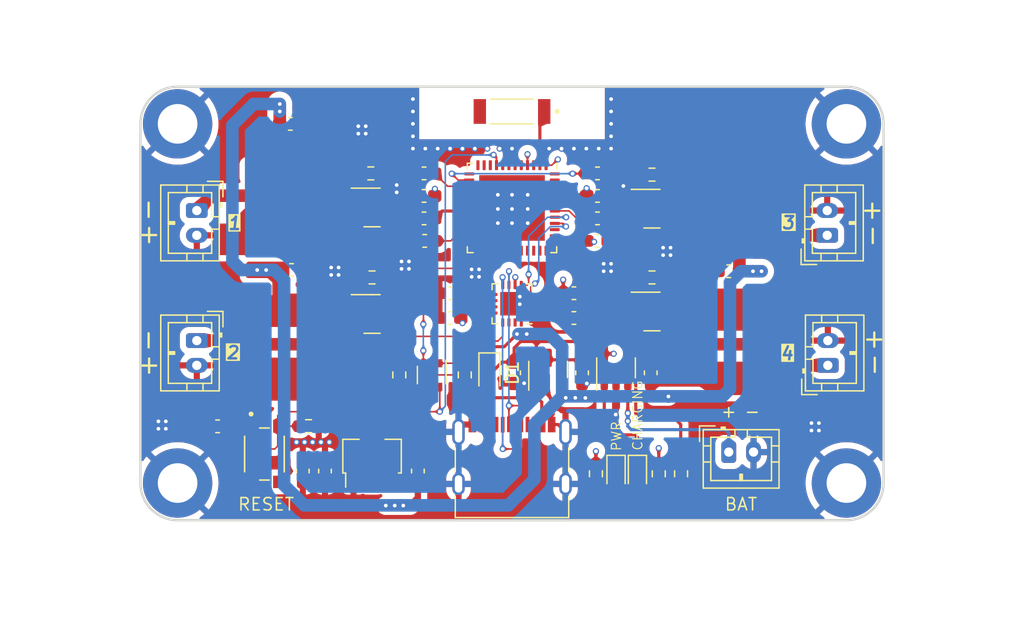
<source format=kicad_pcb>
(kicad_pcb (version 20221018) (generator pcbnew)
  (layers (0 "F.Cu" signal) (1 "In1.Cu" signal) (2 "In2.Cu" signal) (31 "B.Cu" signal) (34 "B.Paste" user) (35 "F.Paste" user) (36 "B.SilkS" user "B.Silkscreen") (37 "F.SilkS" user "F.Silkscreen") (38 "B.Mask" user) (39 "F.Mask" user) (44 "Edge.Cuts" user))
  (net 0 "")
  (net 1 "GND")
  (net 3 "/D+")
  (net 4 "/D-")
  (net 7 "/RTS")
  (net 8 "Net-(Q5A-B1)")
  (net 10 "+3V3")
  (net 11 "PWM_1")
  (net 12 "Net-(Q1-G)")
  (net 13 "PWM_2")
  (net 14 "Net-(Q2-G)")
  (net 15 "PWM_3")
  (net 16 "Net-(Q3-G)")
  (net 17 "PWM_4")
  (net 18 "Net-(Q4-G)")
  (net 19 "Net-(J2-Pin_1)")
  (net 20 "Net-(J2-Pin_2)")
  (net 21 "Net-(J3-Pin_1)")
  (net 22 "Net-(J3-Pin_2)")
  (net 54 "Net-(J4-Pin_1)")
  (net 55 "Net-(J4-Pin_2)")
  (net 56 "Net-(J5-Pin_1)")
  (net 57 "Net-(J5-Pin_2)")
  (net 59 "Net-(D3-A)")
  (net 60 "/DTR")
  (net 61 "/IO0")
  (net 62 "Net-(Q5B-B2)")
  (net 63 "/EN")
  (net 64 "/TX")
  (net 65 "Net-(U1-LNA_IN)")
  (net 66 "/RX")
  (net 72 "+BATT")
  (net 73 "Net-(D2-K)")
  (net 74 "Net-(D2-A)")
  (net 75 "Net-(U4-PROG)")
  (net 76 "VBUS")
  (net 77 "VCC")
  (footprint "Connector_JST:JST_PH_B2B-PH-K_1x02_P2.00mm_Vertical" (layer "F.Cu") (at 165.45 84 90)
    (fp_text reference "J4" hide)
    (fp_text value "Conn_01x02_Pin")
  )
  (footprint "Package_TO_SOT_SMD:SOT-89-3" (layer "F.Cu") (at 128.7 101.83 90)
    (fp_text reference "U3" hide)
    (fp_text value "AMS1117")
  )
  (footprint "MountingHole:MountingHole_3.2mm_M3_DIN965_Pad" (layer "F.Cu") (at 167 104)
    (fp_text reference "REF**" hide)
    (fp_text value "MountingHole_3.2mm_M3_DIN965_Pad")
  )
  (footprint "Resistor_SMD:R_0603_1608Metric" (layer "F.Cu") (at 123.57 99.41 180)
    (fp_text reference "R10" hide)
    (fp_text value "10K")
  )
  (footprint "Capacitor_SMD:C_0603_1608Metric_Pad1.08x0.95mm_HandSolder" (layer "F.Cu") (at 157.5 86.9)
    (fp_text reference "C18" hide)
    (fp_text value "0.1uF")
  )
  (footprint "Package_DFN_QFN:QFN-48-1EP_7x7mm_P0.5mm_EP5.3x5.3mm" (layer "F.Cu") (at 140 81.789 -90)
    (fp_text reference "U1" hide)
    (fp_text value "ESP32-PICO-D4")
  )
  (footprint "Connector_JST:JST_PH_B2B-PH-K_1x02_P2.00mm_Vertical" (layer "F.Cu") (at 114.55 92.5 -90)
    (fp_text reference "J3" hide)
    (fp_text value "Conn_01x02_Pin")
  )
  (footprint "Capacitor_SMD:C_0603_1608Metric_Pad1.08x0.95mm_HandSolder" (layer "F.Cu") (at 146.9 82.633332)
    (fp_text reference "C21" hide)
    (fp_text value "0.1uF")
  )
  (footprint "Capacitor_SMD:C_0603_1608Metric_Pad1.08x0.95mm_HandSolder" (layer "F.Cu") (at 146.9 79)
    (fp_text reference "C19" hide)
    (fp_text value "0.1uF")
  )
  (footprint "Library:3 pin inductor" (layer "F.Cu") (at 122.1 92.8 -90)
    (fp_text reference "L2" hide)
    (fp_text value "25UH/800UH")
  )
  (footprint "MountingHole:MountingHole_3.2mm_M3_DIN965_Pad" (layer "F.Cu") (at 113 75)
    (fp_text reference "REF**" hide)
    (fp_text value "MountingHole_3.2mm_M3_DIN965_Pad")
  )
  (footprint "LED_SMD:LED_0603_1608Metric" (layer "F.Cu") (at 148.4 103.25 -90)
    (fp_text reference "D3" hide)
    (fp_text value "LED")
  )
  (footprint "Capacitor_SMD:C_0603_1608Metric_Pad1.08x0.95mm_HandSolder" (layer "F.Cu") (at 151.2 95.1 -90)
    (fp_text reference "C20" hide)
    (fp_text value "0.1uF")
  )
  (footprint "Connector_USB:USB_C_Receptacle_G-Switch_GT-USB-7010ASV" (layer "F.Cu") (at 140 103)
    (fp_text reference "J1" hide)
    (fp_text value "USB_C_Receptacle_USB2.0")
  )
  (footprint "Capacitor_SMD:C_0603_1608Metric_Pad1.08x0.95mm_HandSolder" (layer "F.Cu") (at 116.23 99.42 180)
    (fp_text reference "C22" hide)
    (fp_text value "0.1uF")
  )
  (footprint "Capacitor_SMD:C_0603_1608Metric_Pad1.08x0.95mm_HandSolder" (layer "F.Cu") (at 135 88.675 180)
    (fp_text reference "C6" hide)
    (fp_text value "0.1uF")
  )
  (footprint "Package_TO_SOT_SMD:SOT-23" (layer "F.Cu") (at 142.914285 94.83 90)
    (fp_text reference "Q6" hide)
    (fp_text value "DMG3415U")
  )
  (footprint "Package_TO_SOT_SMD:SOT-23" (layer "F.Cu") (at 128.7 90.35)
    (fp_text reference "Q2" hide)
    (fp_text value "AO3400A")
  )
  (footprint "Resistor_SMD:R_0603_1608Metric" (layer "F.Cu") (at 153.65 103.25 90)
    (fp_text reference "R2" hide)
    (fp_text value "1K")
  )
  (footprint "Capacitor_SMD:C_0603_1608Metric_Pad1.08x0.95mm_HandSolder" (layer "F.Cu") (at 146.9 84.45)
    (fp_text reference "C12" hide)
    (fp_text value "0.1uF")
  )
  (footprint "Capacitor_SMD:C_0603_1608Metric_Pad1.08x0.95mm_HandSolder" (layer "F.Cu") (at 135 90.675 180)
    (fp_text reference "C7" hide)
    (fp_text value "0.1uF")
  )
  (footprint "Capacitor_SMD:C_0603_1608Metric_Pad1.08x0.95mm_HandSolder" (layer "F.Cu") (at 146.9 80.816666)
    (fp_text reference "C11" hide)
    (fp_text value "0.1uF")
  )
  (footprint "Resistor_SMD:R_0603_1608Metric" (layer "F.Cu") (at 128.6 79)
    (fp_text reference "R5" hide)
    (fp_text value "10K")
  )
  (footprint "Resistor_SMD:R_0603_1608Metric" (layer "F.Cu") (at 151.3 79.1 180)
    (fp_text reference "R7" hide)
    (fp_text value "10K")
  )
  (footprint "Resistor_SMD:R_0603_1608Metric" (layer "F.Cu") (at 130.9 95.27 -90)
    (fp_text reference "R3" hide)
    (fp_text value "10K")
  )
  (footprint "Package_TO_SOT_SMD:SOT-23" (layer "F.Cu") (at 128.7 81.75)
    (fp_text reference "Q1" hide)
    (fp_text value "AO3400A")
  )
  (footprint "Capacitor_SMD:C_0603_1608Metric_Pad1.08x0.95mm_HandSolder" (layer "F.Cu") (at 124.9 103.03 -90)
    (fp_text reference "C3" hide)
    (fp_text value "0.1uF")
  )
  (footprint "Connector_JST:JST_PH_B2B-PH-K_1x02_P2.00mm_Vertical" (layer "F.Cu") (at 165.5 94.5 90)
    (fp_text reference "J5" hide)
    (fp_text value "Conn_01x02_Pin")
  )
  (footprint "Resistor_SMD:R_0603_1608Metric" (layer "F.Cu") (at 128.7 87.4)
    (fp_text reference "R6" hide)
    (fp_text value "10K")
  )
  (footprint "Capacitor_SMD:C_0603_1608Metric_Pad1.08x0.95mm_HandSolder" (layer "F.Cu") (at 132.95 84.45 180)
    (fp_text reference "C17" hide)
    (fp_text value "0.1uF")
  )
  (footprint "Package_TO_SOT_SMD:SOT-23" (layer "F.Cu") (at 151.3 81.85)
    (fp_text reference "Q3" hide)
    (fp_text value "AO3400A")
  )
  (footprint "Library:3 pin inductor" (layer "F.Cu") (at 122.1 80.8 -90)
    (fp_text reference "L1" hide)
    (fp_text value "25UH/800UH")
  )
  (footprint "Package_TO_SOT_SMD:SOT-363_SC-70-6" (layer "F.Cu") (at 133.52 95.28 -90)
    (fp_text reference "Q5" hide)
    (fp_text value "BC847BS")
  )
  (footprint "Capacitor_SMD:C_0603_1608Metric_Pad1.08x0.95mm_HandSolder" (layer "F.Cu") (at 122.1 75 180)
    (fp_text reference "C16" hide)
    (fp_text value "0.1uF")
  )
  (footprint "Package_TO_SOT_SMD:SOT-23" (layer "F.Cu") (at 151.3 90.15)
    (fp_text reference "Q4" hide)
    (fp_text value "AO3400A")
  )
  (footprint "Capacitor_SMD:C_0603_1608Metric_Pad1.08x0.95mm_HandSolder" (layer "F.Cu") (at 132.9 79 180)
    (fp_text reference "C14" hide)
    (fp_text value "0.1uF")
  )
  (footprint "Package_TO_SOT_SMD:SOT-23-5" (layer "F.Cu") (at 148.4 94.7 90)
    (fp_text reference "U4" hide)
    (fp_text value "MCP73831T-2ATI/OT")
  )
  (footprint "Library:3 pin inductor" (layer "F.Cu") (at 157.45 92.8 90)
    (fp_text reference "L4" hide)
    (fp_text value "25UH/800UH")
  )
  (footprint "Capacitor_SMD:C_0603_1608Metric_Pad1.08x0.95mm_HandSolder" (layer "F.Cu") (at 140.171428 95.1 -90)
    (fp_text reference "C4" hide)
    (fp_text value "4.7uF")
  )
  (footprint "MountingHole:MountingHole_3.2mm_M3_DIN965_Pad" (layer "F.Cu") (at 167 75)
    (fp_text reference "REF**" hide)
    (fp_text value "MountingHole_3.2mm_M3_DIN965_Pad")
  )
  (footprint "Capacitor_SMD:C_0603_1608Metric_Pad1.08x0.95mm_HandSolder" (layer "F.Cu") (at 145.657142 95.1 90)
    (fp_text reference "C5" hide)
    (fp_text value "4.7uF")
  )
  (footprint "Package_DFN_QFN:QFN-16-1EP_3x3mm_P0.5mm_EP1.9x1.9mm" (layer "F.Cu") (at 140 89.525 180)
    (fp_text reference "U2" hide)
    (fp_text value "CH343P")
  )
  (footprint "Capacitor_SMD:C_0603_1608Metric_Pad1.08x0.95mm_HandSolder" (layer "F.Cu") (at 145 88.675)
    (fp_text reference "C8" hide)
    (fp_text value "0.1uF")
  )
  (footprint "Resistor_SMD:R_0603_1608Metric" (layer "F.Cu") (at 151.3 87.4 180)
    (fp_text reference "R8" hide)
    (fp_text value "10K")
  )
  (footprint "Capacitor_SMD:C_0603_1608Metric_Pad1.08x0.95mm_HandSolder" (layer "F.Cu") (at 122.2 86.8 180)
    (fp_text reference "C15" hide)
    (fp_text value "0.1uF")
  )
  (footprint "TL3365AF180QG:SW_TL3365AF180QG" (layer "F.Cu") (at 120.0102 101.6586 -90)
    (fp_text reference "KEY1" hide)
    (fp_text value "~")
  )
  (footprint "Capacitor_SMD:C_0603_1608Metric_Pad1.08x0.95mm_HandSolder" (layer "F.Cu") (at 132.9 82.633332 180)
    (fp_text reference "C10" hide)
    (fp_text value "0.1uF")
  )
  (footprint "Capacitor_SMD:C_0603_1608Metric_Pad1.08x0.95mm_HandSolder" (layer "F.Cu") (at 132.9 80.816666 180)
    (fp_text reference "C13" hide)
    (fp_text value "0.1uF")
  )
  (footprint "Library:3 pin inductor" (layer "F.Cu") (at 157.5 80.8 90)
    (fp_text reference "L3" hide)
    (fp_text value "25UH/800UH")
  )
  (footprint "Capacitor_SMD:C_0603_1608Metric_Pad1.08x0.95mm_HandSolder" (layer "F.Cu") (at 145 90.675)
    (fp_text reference "C9" hide)
    (fp_text value "0.1uF")
  )
  (footprint "Resistor_SMD:R_0603_1608Metric" (layer "F.Cu") (at 151.85 103.25 90)
    (fp_text reference "R1" hide)
    (fp_text value "4.7K")
  )
  (footprint "Resistor_SMD:R_0603_1608Metric" (layer "F.Cu") (at 136.185714 95.27 -90)
    (fp_text reference "R4" hide)
    (fp_text value "10K")
  )
  (footprint "Connector_JST:JST_PH_B2B-PH-K_1x02_P2.00mm_Vertical" (layer "F.Cu") (at 114.55 82 -90)
    (fp_text reference "J2" hide)
    (fp_text value "Conn_01x02_Pin")
  )
  (footprint "Resistor_SMD:R_0603_1608Metric" (layer "F.Cu") (at 146.775 103.25 90)
    (fp_text reference "R9" hide)
    (fp_text value "1K")
  )
  (footprint "Capacitor_SMD:C_0603_1608Metric_Pad1.08x0.95mm_HandSolder" (layer "F.Cu") (at 123.107143 103.03 -90)
    (fp_text reference "C2" hide)
    (fp_text value "10uF")
  )
  (footprint "LED_SMD:LED_0603_1608Metric" (layer "F.Cu") (at 150.125 103.25 -90)
    (fp_text reference "D2" hide)
    (fp_text value "LED")
  )
  (footprint "Diode_SMD:D_SOD-323" (layer "F.Cu") (at 138.178571 95.105 -90)
    (fp_text reference "D1")
    (fp_text value "1N5819WS")
  )
  (footprint "Connector_JST:JST_PH_B2B-PH-K_1x02_P2.00mm_Vertical" (layer "F.Cu") (at 157.5 101.5)
    (fp_text reference "J6" hide)
    (fp_text value "Conn_01x02_Pin")
  )
  (footprint "Capacitor_SMD:C_0603_1608Metric_Pad1.08x0.95mm_HandSolder" (layer "F.Cu") (at 132.4 103.03 90)
    (fp_text reference "C1" hide)
    (fp_text value "10uF")
  )
  (footprint "MountingHole:MountingHole_3.2mm_M3_DIN965_Pad" (layer "F.Cu") (at 113 104)
    (fp_text reference "REF**" hide)
    (fp_text value "MountingHole_3.2mm_M3_DIN965_Pad")
  )
  (footprint "YC0010AA:XCVR_YC0010AA" (layer "F.Cu") (at 140 74 180)
    (fp_text reference "E1" hide)
    (fp_text value "YC0010AA")
  )
  (gr_poly locked (pts (arc (start 170 75) (mid 169.12132 72.87868) (end 167 72)) (arc (start 113 72) (mid 110.87868 72.87868) (end 110 75)) (arc (start 110 104) (mid 110.87868 106.12132) (end 113 107)) (arc (start 167 107) (mid 169.12132 106.12132) (end 170 104))) (stroke (width 0.2)) (fill none) (layer "Edge.Cuts"))
  (gr_text "+" (at 170.3022 91.651 180) (layer "F.SilkS") (effects (font (size 1.5 1.5) (thickness 0.1875)) (justify left bottom)))
  (gr_text "-\n" (at 111.425 82.9896 90) (layer "F.SilkS") (effects (font (size 1.5 1.5) (thickness 0.1875)) (justify left bottom)))
  (gr_text "+" (at 109.647 95.2832) (layer "F.SilkS") (effects (font (size 1.5 1.5) (thickness 0.1875)) (justify left bottom)))
  (gr_text "+" (at 156.8 98.8) (layer "F.SilkS") (effects (font (size 1 1) (thickness 0.125)) (justify left bottom)))
  (gr_text "RESET" (at 117.8 106.3) (layer "F.SilkS") (effects (font (size 1 1) (thickness 0.125)) (justify left bottom)))
  (gr_text "CHARGING" (at 150.59 101.43 90) (layer "F.SilkS") (effects (font (size 0.762 0.762) (thickness 0.0889) bold) (justify left bottom)))
  (gr_text "3" (at 161.6916 83.5738) (layer "F.SilkS" knockout) (effects (font (size 1 1) (thickness 0.2) bold italic) (justify left bottom)))
  (gr_text "1" (at 116.9876 83.6246) (layer "F.SilkS" knockout) (effects (font (size 1 1) (thickness 0.2) bold italic) (justify left bottom)))
  (gr_text "BAT" (at 157.1 106.3) (layer "F.SilkS") (effects (font (size 1 1) (thickness 0.125)) (justify left bottom)))
  (gr_text "+" (at 109.647 84.7422) (layer "F.SilkS") (effects (font (size 1.5 1.5) (thickness 0.1875)) (justify left bottom)))
  (gr_text "+" (at 170.138 81.2474 180) (layer "F.SilkS") (effects (font (size 1.5 1.5) (thickness 0.1875)) (justify left bottom)))
  (gr_text "PWR" (at 148.88 101.47 90) (layer "F.SilkS") (effects (font (size 0.762 0.762) (thickness 0.0889) bold) (justify left bottom)))
  (gr_text "-" (at 158.7 98.8) (layer "F.SilkS") (effects (font (size 1 1) (thickness 0.125)) (justify left bottom)))
  (gr_text "-\n" (at 168.5242 93.4036 -90) (layer "F.SilkS") (effects (font (size 1.5 1.5) (thickness 0.1875)) (justify left bottom)))
  (gr_text "4" (at 161.59 94.1402) (layer "F.SilkS" knockout) (effects (font (size 1 1) (thickness 0.2) bold italic) (justify left bottom)))
  (gr_text "2" (at 116.8352 94.064) (layer "F.SilkS" knockout) (effects (font (size 1 1) (thickness 0.2) bold italic) (justify left bottom)))
  (gr_text "-\n" (at 168.36 83 -90) (layer "F.SilkS") (effects (font (size 1.5 1.5) (thickness 0.1875)) (justify left bottom)))
  (gr_text "-\n" (at 111.425 93.5306 90) (layer "F.SilkS") (effects (font (size 1.5 1.5) (thickness 0.1875)) (justify left bottom)))
  (segment (start 143.2 99.275) (end 143.2 98.41) (width 0.254) (layer "F.Cu") (net 1))
  (segment (start 141.5125 89.775) (end 140.25 89.775) (width 0.254) (layer "F.Cu") (net 1))
  (segment (start 140.25 89.775) (end 140 89.525) (width 0.254) (layer "F.Cu") (net 1))
  (segment (start 140.193928 95.94) (end 140.171428 95.9625) (width 0.254) (layer "F.Cu") (net 1))
  (segment (start 143.2 99.275) (end 143.52 99.275) (width 0.254) (layer "F.Cu") (net 1))
  (segment (start 143.72 99.275) (end 144.32 99.875) (width 0.254) (layer "F.Cu") (net 1))
  (segment (start 143.2 98.41) (end 143.3 98.31) (width 0.254) (layer "F.Cu") (net 1))
  (segment (start 140.98 95.94) (end 140.193928 95.94) (width 0.254) (layer "F.Cu") (net 1))
  (segment (start 143.2 99.275) (end 143.72 99.275) (width 0.254) (layer "F.Cu") (net 1))
  (via (at 147 77) (size 0.5) (drill 0.3) (layers "F.Cu" "B.Cu") (net 1))
  (via (at 144 77) (size 0.5) (drill 0.3) (layers "F.Cu" "B.Cu") (net 1))
  (via (at 132 74) (size 0.5) (drill 0.3) (layers "F.Cu" "B.Cu") (net 1))
  (via (at 152.2 85.6) (size 0.5) (drill 0.3) (layers "F.Cu" "B.Cu") (net 1))
  (via (at 127.59 75.79) (size 0.5) (drill 0.3) (layers "F.Cu" "B.Cu") (net 1))
  (via (at 140 81.872) (size 0.5) (drill 0.3) (layers "F.Cu" "B.Cu") (net 1))
  (via (at 138.857 83.015) (size 0.5) (drill 0.3) (layers "F.Cu" "B.Cu") (net 1))
  (via (at 133 77) (size 0.5) (drill 0.3) (layers "F.Cu" "B.Cu") (net 1))
  (via (at 136.74 86.75) (size 0.5) (drill 0.3) (layers "F.Cu" "B.Cu") (net 1))
  (via (at 136.74 87.35) (size 0.5) (drill 0.3) (layers "F.Cu" "B.Cu") (net 1))
  (via (at 143 77) (size 0.5) (drill 0.3) (layers "F.Cu" "B.Cu") (net 1))
  (via (at 140 83.015) (size 0.5) (drill 0.3) (layers "F.Cu" "B.Cu") (net 1))
  (via (at 148 77) (size 0.5) (drill 0.3) (layers "F.Cu" "B.Cu") (net 1))
  (via (at 126 87.2) (size 0.5) (drill 0.3) (layers "F.Cu" "B.Cu") (net 1))
  (via (at 152.2 85) (size 0.5) (drill 0.3) (layers "F.Cu" "B.Cu") (net 1))
  (via (at 128.19 75.79) (size 0.5) (drill 0.3) (layers "F.Cu" "B.Cu") (net 1))
  (via (at 140 77) (size 0.5) (drill 0.3) (layers "F.Cu" "B.Cu") (net 1))
  (via (at 148 86.9) (size 0.5) (drill 0.3) (layers "F.Cu" "B.Cu") (net 1))
  (via (at 132 76) (size 0.5) (drill 0.3) (layers "F.Cu" "B.Cu") (net 1))
  (via (at 128.19 75.19) (size 0.5) (drill 0.3) (layers "F.Cu" "B.Cu") (net 1))
  (via (at 126 86.6) (size 0.5) (drill 0.3) (layers "F.Cu" "B.Cu") (net 1))
  (via (at 138 77) (size 0.5) (drill 0.3) (layers "F.Cu" "B.Cu") (net 1))
  (via (at 140 80.729) (size 0.5) (drill 0.3) (layers "F.Cu" "B.Cu") (net 1))
  (via (at 112.05 99.62) (size 0.5) (drill 0.3) (layers "F.Cu" "B.Cu") (net 1))
  (via (at 138.857 80.729) (size 0.5) (drill 0.3) (layers "F.Cu" "B.Cu") (net 1))
  (via (at 164.78 99.16) (size 0.5) (drill 0.3) (layers "F.Cu" "B.Cu") (net 1))
  (via (at 132 73) (size 0.5) (drill 0.3) (layers "F.Cu" "B.Cu") (net 1))
  (via (at 131.68 86.11) (size 0.5) (drill 0.3) (layers "F.Cu" "B.Cu") (net 1))
  (via (at 164.18 99.76) (size 0.5) (drill 0.3) (layers "F.Cu" "B.Cu") (net 1))
  (via (at 137 77) (size 0.5) (drill 0.3) (layers "F.Cu" "B.Cu") (net 1))
  (via (at 141.27 83.015) (size 0.5) (drill 0.3) (layers "F.Cu" "B.Cu") (net 1))
  (via (at 137.34 87.35) (size 0.5) (drill 0.3) (layers "F.Cu" "B.Cu") (net 1))
  (via (at 137.34 86.75) (size 0.5) (drill 0.3) (layers "F.Cu" "B.Cu") (net 1))
  (via (at 148 76) (size 0.5) (drill 0.3) (layers "F.Cu" "B.Cu") (net 1))
  (via (at 147.4 86.3) (size 0.5) (drill 0.3) (layers "F.Cu" "B.Cu") (net 1))
  (via (at 111.45 99.02) (size 0.5) (drill 0.3) (layers "F.Cu" "B.Cu") (net 1))
  (via (at 125.4 87.2) (size 0.5) (drill 0.3) (layers "F.Cu" "B.Cu") (net 1))
  (via (at 164.18 99.16) (size 0.5) (drill 0.3) (layers "F.Cu" "B.Cu") (net 1))
  (via (at 148.37 98.47) (size 0.5) (drill 0.3) (layers "F.Cu" "B.Cu") (net 1))
  (via (at 140.63 89.56) (size 0.5) (drill 0.3) (layers "F.Cu" "B.Cu") (net 1))
  (via (at 152.8 85.6) (size 0.5) (drill 0.3) (layers "F.Cu" "B.Cu") (net 1))
  (via (at 148.99 80.02) (size 0.5) (drill 0.3) (layers "F.Cu" "B.Cu") (net 1))
  (via (at 148 75) (size 0.5) (drill 0.3) (layers "F.Cu" "B.Cu") (net 1))
  (via (at 134 77) (size 0.5) (drill 0.3) (layers "F.Cu" "B.Cu") (net 1))
  (via (at 130.69 80.53) (size 0.5) (drill 0.3) (layers "F.Cu" "B.Cu") (net 1))
  (via (at 145 77) (size 0.5) (drill 0.3) (layers "F.Cu" "B.Cu") (net 1))
  (via (at 140.98 95.94) (size 0.5) (drill 0.3) (layers "F.Cu" "B.Cu") (net 1))
  (via (at 125.4 86.6) (size 0.5) (drill 0.3) (layers "F.Cu" "B.Cu") (net 1))
  (via (at 152.8 85) (size 0.5) (drill 0.3) (layers "F.Cu" "B.Cu") (net 1))
  (via (at 148 74) (size 0.5) (drill 0.3) (layers "F.Cu" "B.Cu") (net 1))
  (via (at 136 77) (size 0.5) (drill 0.3) (layers "F.Cu" "B.Cu") (net 1))
  (via (at 140.63 88.95) (size 0.5) (drill 0.3) (layers "F.Cu" "B.Cu") (net 1))
  (via (at 132 75) (size 0.5) (drill 0.3) (layers "F.Cu" "B.Cu") (net 1))
  (via (at 131.08 86.71) (size 0.5) (drill 0.3) (layers "F.Cu" "B.Cu") (net 1))
  (via (at 130.69 79.94) (size 0.5) (drill 0.3) (layers "F.Cu" "B.Cu") (net 1))
  (via (at 131.08 86.11) (size 0.5) (drill 0.3) (layers "F.Cu" "B.Cu") (net 1))
  (via (at 127.59 75.19) (size 0.5) (drill 0.3) (layers "F.Cu" "B.Cu") (net 1))
  (via (at 148 86.3) (size 0.5) (drill 0.3) (layers "F.Cu" "B.Cu") (net 1))
  (via (at 148 73) (size 0.5) (drill 0.3) (layers "F.Cu" "B.Cu") (net 1))
  (via (at 138.857 81.872) (size 0.5) (drill 0.3) (layers "F.Cu" "B.Cu") (net 1))
  (via (at 146 77) (size 0.5) (drill 0.3) (layers "F.Cu" "B.Cu") (net 1))
  (via (at 147.4 86.9) (size 0.5) (drill 0.3) (layers "F.Cu" "B.Cu") (net 1))
  (via (at 112.05 99.02) (size 0.5) (drill 0.3) (layers "F.Cu" "B.Cu") (net 1))
  (via (at 139 77) (size 0.5) (drill 0.3) (layers "F.Cu" "B.Cu") (net 1))
  (via (at 131.68 86.71) (size 0.5) (drill 0.3) (layers "F.Cu" "B.Cu") (net 1))
  (via (at 141.27 80.729) (size 0.5) (drill 0.3) (layers "F.Cu" "B.Cu") (net 1))
  (via (at 164.78 99.76) (size 0.5) (drill 0.3) (layers "F.Cu" "B.Cu") (net 1))
  (via (at 111.45 99.62) (size 0.5) (drill 0.3) (layers "F.Cu" "B.Cu") (net 1))
  (via (at 132 77) (size 0.5) (drill 0.3) (layers "F.Cu" "B.Cu") (net 1))
  (via (at 135 77) (size 0.5) (drill 0.3) (layers "F.Cu" "B.Cu") (net 1))
  (via (at 141.27 81.872) (size 0.5) (drill 0.3) (layers "F.Cu" "B.Cu") (net 1))
  (via (at 146.04 95.96) (size 0.5) (drill 0.3) (layers "F.Cu" "B.Cu") (net 1))
  (segment (start 139.75 99.275) (end 139.75 97.75) (width 0.127) (layer "F.Cu") (net 3))
  (segment (start 140.75 98) (end 140.5 97.75) (width 0.127) (layer "F.Cu") (net 3))
  (segment (start 140.5 97.75) (end 139.75 97.75) (width 0.127) (layer "F.Cu") (net 3))
  (segment (start 139.75 86.905) (end 139.76 86.895) (width 0.127) (layer "F.Cu") (net 3))
  (segment (start 139.75 88.0125) (end 139.75 86.905) (width 0.127) (layer "F.Cu") (net 3))
  (segment (start 140.75 99.275) (end 140.75 98) (width 0.127) (layer "F.Cu") (net 3))
  (via (at 139.75 97.75) (size 0.5) (drill 0.3) (layers "F.Cu" "B.Cu") (net 3))
  (via (at 139.76 86.895) (size 0.5) (drill 0.3) (layers "F.Cu" "B.Cu") (net 3))
  (segment (start 139.75 86.905) (end 139.76 86.895) (width 0.127) (layer "B.Cu") (net 3))
  (segment (start 139.75 97.75) (end 139.75 86.905) (width 0.127) (layer "B.Cu") (net 3))
  (segment (start 140.25 99.275) (end 140.25 101) (width 0.127) (layer "F.Cu") (net 4))
  (segment (start 139.25 88.0125) (end 139.2365 87.999) (width 0.127) (layer "F.Cu") (net 4))
  (segment (start 140.25 101) (end 140 101.25) (width 0.127) (layer "F.Cu") (net 4))
  (segment (start 139.237 87.381031) (end 139.25 87.394031) (width 0.127) (layer "F.Cu") (net 4))
  (segment (start 140 101.25) (end 139.25 101.25) (width 0.127) (layer "F.Cu") (net 4))
  (segment (start 139.25 101.25) (end 139.25 99.275) (width 0.127) (layer "F.Cu") (net 4))
  (segment (start 139.25 87.394031) (end 139.25 88.0125) (width 0.127) (layer "F.Cu") (net 4))
  (via (at 139.25 101.25) (size 0.5) (drill 0.3) (layers "F.Cu" "B.Cu") (net 4))
  (via (at 139.237 87.381031) (size 0.5) (drill 0.3) (layers "F.Cu" "B.Cu") (net 4))
  (segment (start 139.237 101.237) (end 139.25 101.25) (width 0.127) (layer "B.Cu") (net 4))
  (segment (start 139.237 87.381031) (end 139.237 101.237) (width 0.127) (layer "B.Cu") (net 4))
  (segment (start 136.070714 94.33) (end 136.185714 94.445) (width 0.127) (layer "F.Cu") (net 7))
  (segment (start 136.185714 92.864286) (end 136.185714 94.445) (width 0.127) (layer "F.Cu") (net 7))
  (segment (start 139.25 91.0375) (end 139.25 92.15) (width 0.127) (layer "F.Cu") (net 7))
  (segment (start 134.17 94.33) (end 136.070714 94.33) (width 0.127) (layer "F.Cu") (net 7))
  (segment (start 138.86 92.54) (end 136.51 92.54) (width 0.127) (layer "F.Cu") (net 7))
  (segment (start 136.51 92.54) (end 136.185714 92.864286) (width 0.127) (layer "F.Cu") (net 7))
  (segment (start 139.25 92.15) (end 138.86 92.54) (width 0.127) (layer "F.Cu") (net 7))
  (segment (start 130.9 95.48) (end 131.11 95.27) (width 0.127) (layer "F.Cu") (net 8))
  (segment (start 131.11 95.27) (end 133.28 95.27) (width 0.127) (layer "F.Cu") (net 8))
  (segment (start 130.9 96.095) (end 130.9 95.48) (width 0.127) (layer "F.Cu") (net 8))
  (segment (start 133.28 95.27) (end 133.52 95.03) (width 0.127) (layer "F.Cu") (net 8))
  (segment (start 133.52 95.03) (end 133.52 94.33) (width 0.127) (layer "F.Cu") (net 8))
  (segment (start 143.68 77.87) (end 143.211 78.339) (width 0.127) (layer "F.Cu") (net 10))
  (segment (start 136 91.085) (end 136 88.6775) (width 0.254) (layer "F.Cu") (net 10))
  (segment (start 144.1375 88.675) (end 144.1375 87.5875) (width 0.254) (layer "F.Cu") (net 10))
  (segment (start 144.1375 87.5875) (end 144.1375 90.675) (width 0.254) (layer "F.Cu") (net 10))
  (segment (start 143.964 80.039) (end 144.825 80.9) (width 0.254) (layer "F.Cu") (net 10))
  (segment (start 146.775 101.43) (end 146.775 102.425) (width 0.254) (layer "F.Cu") (net 10))
  (segment (start 138.4875 88.775) (end 135.9625 88.775) (width 0.254) (layer "F.Cu") (net 10))
  (segment (start 143.7 77.87) (end 143.68 77.87) (width 0.127) (layer "F.Cu") (net 10))
  (segment (start 141.5125 90.275) (end 143.7375 90.275) (width 0.254) (layer "F.Cu") (net 10))
  (segment (start 141.75 78.1) (end 141.75 78.339) (width 0.127) (layer "F.Cu") (net 10))
  (segment (start 144.13 87.58) (end 144.1375 87.5875) (width 0.254) (layer "F.Cu") (net 10))
  (segment (start 146.611 84.539) (end 143.45 84.539) (width 0.254) (layer "F.Cu") (net 10))
  (segment (start 143.7 77.85) (end 143.7 77.85) (width 0.127) (layer "F.Cu") (net 10))
  (segment (start 141.25 78.316) (end 141.727 78.316) (width 0.127) (layer "F.Cu") (net 10))
  (segment (start 144.186 81.539) (end 144.825 80.9) (width 0.254) (layer "F.Cu") (net 10))
  (segment (start 144.825 80.9) (end 146.0375 80.9) (width 0.254) (layer "F.Cu") (net 10))
  (segment (start 143.211 78.339) (end 142.75 78.339) (width 0.127) (layer "F.Cu") (net 10))
  (segment (start 146.025 80.804166) (end 146.0375 80.816666) (width 0.254) (layer "F.Cu") (net 10))
  (segment (start 141.25 77.45) (end 141.25 78.316) (width 0.127) (layer "F.Cu") (net 10))
  (segment (start 146.625 84.525) (end 146.6 84.5) (width 0.254) (layer "F.Cu") (net 10))
  (segment (start 146.6 84.5) (end 146.0375 84.5) (width 0.254) (layer "F.Cu") (net 10))
  (segment (start 134.356832 82.039) (end 133.7625 82.633332) (width 0.254) (layer "F.Cu") (net 10))
  (segment (start 146.025 80.2) (end 146.025 80.804166) (width 0.254) (layer "F.Cu") (net 10))
  (segment (start 140.266057 87.377918) (end 140.25 87.393975) (width 0.127) (layer "F.Cu") (net 10))
  (segment (start 140.25 87.393975) (end 140.25 88.0125) (width 0.127) (layer "F.Cu") (net 10))
  (segment (start 136.55 82.039) (end 134.356832 82.039) (width 0.254) (layer "F.Cu") (net 10))
  (segment (start 135.9625 88.775) (end 135.8625 88.675) (width 0.254) (layer "F.Cu") (net 10))
  (segment (start 133.7625 80.816666) (end 133.7625 82.633332) (width 0.254) (layer "F.Cu") (net 10))
  (segment (start 141.5125 89.275) (end 143.5375 89.275) (width 0.254) (layer "F.Cu") (net 10))
  (segment (start 143.45 80.039) (end 143.964 80.039) (width 0.254) (layer "F.Cu") (net 10))
  (segment (start 143.7 77.85) (end 143.7 77.87) (width 0.127) (layer "F.Cu") (net 10))
  (segment (start 146.625 84.525) (end 146.611 84.539) (width 0.254) (layer "F.Cu") (net 10))
  (segment (start 143.45 81.539) (end 144.186 81.539) (width 0.254) (layer "F.Cu") (net 10))
  (segment (start 143.5375 89.275) (end 144.1375 88.675) (width 0.254) (layer "F.Cu") (net 10))
  (segment (start 143.7375 90.275) (end 144.1375 90.675) (width 0.254) (layer "F.Cu") (net 10))
  (via (at 125.25 100.7) (size 0.5) (drill 0.3) (layers "F.Cu" "B.Cu") (net 10))
  (via (at 141.25 77.45) (size 0.5) (drill 0.3) (layers "F.Cu" "B.Cu") (net 10))
  (via (at 140.266057 87.377918) (size 0.5) (drill 0.3) (layers "F.Cu" "B.Cu") (net 10))
  (via (at 146.775 101.43) (size 0.5) (drill 0.3) (layers "F.Cu" "B.Cu") (net 10))
  (via (at 122.6 100.7) (size 0.5) (drill 0.3) (layers "F.Cu" "B.Cu") (net 10))
  (via (at 146.025 80.2) (size 0.5) (drill 0.3) (layers "F.Cu" "B.Cu") (net 10))
  (via (at 123.25 100.7) (size 0.5) (drill 0.3) (layers "F.Cu" "B.Cu") (net 10))
  (via (at 144.13 87.58) (size 0.5) (drill 0.3) (layers "F.Cu" "B.Cu") (net 10))
  (via (at 133.775 80.25) (size 0.5) (drill 0.3) (layers "F.Cu" "B.Cu") (net 10))
  (via (at 124.575 100.7) (size 0.5) (drill 0.3) (layers "F.Cu" "B.Cu") (net 10))
  (via (at 123.9 100.7) (size 0.5) (drill 0.3) (layers "F.Cu" "B.Cu") (net 10))
  (via (at 143.7 77.87) (size 0.5) (drill 0.3) (layers "F.Cu" "B.Cu") (net 10))
  (via (at 136 91.085) (size 0.5) (drill 0.3) (layers "F.Cu" "B.Cu") (net 10))
  (via (at 146.625 84.525) (size 0.5) (drill 0.3) (layers "F.Cu" "B.Cu") (net 10))
  (segment (start 134.8015 80.039) (end 133.7625 79) (width 0.127) (layer "F.Cu") (net 11))
  (segment (start 136.55 80.039) (end 134.8015 80.039) (width 0.127) (layer "F.Cu") (net 11))
  (segment (start 132.0375 79) (end 129.425 79) (width 0.254) (layer "F.Cu") (net 12))
  (segment (start 129.425 80.435) (end 129.06 80.8) (width 0.254) (layer "F.Cu") (net 12))
  (segment (start 129.06 80.8) (end 127.7625 80.8) (width 0.254) (layer "F.Cu") (net 12))
  (segment (start 129.425 79) (end 129.425 80.435) (width 0.254) (layer "F.Cu") (net 12))
  (segment (start 136.55 82.539) (end 135.471 82.539) (width 0.127) (layer "F.Cu") (net 13))
  (segment (start 135.471 82.539) (end 135.3 82.71) (width 0.127) (layer "F.Cu") (net 13))
  (segment (start 135.3 82.71) (end 135.3 84.2) (width 0.127) (layer "F.Cu") (net 13))
  (segment (start 135.05 84.45) (end 133.8125 84.45) (width 0.127) (layer "F.Cu") (net 13))
  (segment (start 135.3 84.2) (end 135.05 84.45) (width 0.127) (layer "F.Cu") (net 13))
  (segment (start 129.525 88.575) (end 128.7 89.4) (width 0.508) (layer "F.Cu") (net 14))
  (segment (start 129.89 84.45) (end 129.53 84.81) (width 0.254) (layer "F.Cu") (net 14))
  (segment (start 129.525 87.4) (end 129.525 87.95) (width 0.508) (layer "F.Cu") (net 14))
  (segment (start 129.53 84.81) (end 129.53 87.945) (width 0.254) (layer "F.Cu") (net 14))
  (segment (start 132.0875 84.45) (end 129.89 84.45) (width 0.254) (layer "F.Cu") (net 14))
  (segment (start 128.7 89.4) (end 127.7625 89.4) (width 0.508) (layer "F.Cu") (net 14))
  (segment (start 129.53 87.945) (end 129.525 87.95) (width 0.254) (layer "F.Cu") (net 14))
  (segment (start 129.525 87.95) (end 129.525 88.575) (width 0.508) (layer "F.Cu") (net 14))
  (segment (start 146.0175 79.02) (end 146.0375 79) (width 0.127) (layer "F.Cu") (net 15))
  (segment (start 135.649 79.539) (end 135.13 79.02) (width 0.127) (layer "F.Cu") (net 15))
  (segment (start 136.55 79.539) (end 135.649 79.539) (width 0.127) (layer "F.Cu") (net 15))
  (segment (start 144.89 79.02) (end 146.0175 79.02) (width 0.127) (layer "F.Cu") (net 15))
  (via (at 135.13 79.02) (size 0.5) (drill 0.3) (layers "F.Cu" "B.Cu") (net 15))
  (via (at 144.89 79.02) (size 0.5) (drill 0.3) (layers "F.Cu" "B.Cu") (net 15))
  (segment (start 135.13 79.02) (end 144.89 79.02) (width 0.127) (layer "B.Cu") (net 15))
  (segment (start 150.475 79.1) (end 150.475 80.7875) (width 0.254) (layer "F.Cu") (net 16))
  (segment (start 150.475 80.7875) (end 150.3625 80.9) (width 0.254) (layer "F.Cu") (net 16))
  (segment (start 147.7625 79.1) (end 149 79.1) (width 0.254) (layer "F.Cu") (net 16))
  (segment (start 149 79.1) (end 150.475 79.1) (width 0.254) (layer "F.Cu") (net 16))
  (segment (start 144.6065 82.0265) (end 145.213332 82.633332) (width 0.127) (layer "F.Cu") (net 17))
  (segment (start 143.4625 82.0265) (end 144.6065 82.0265) (width 0.127) (layer "F.Cu") (net 17))
  (segment (start 143.45 82.039) (end 143.4625 82.0265) (width 0.127) (layer "F.Cu") (net 17))
  (segment (start 145.213332 82.633332) (end 146.0375 82.633332) (width 0.127) (layer "F.Cu") (net 17))
  (segment (start 147.7625 82.633332) (end 148.573332 82.633332) (width 0.254) (layer "F.Cu") (net 18))
  (segment (start 150.475 89.0875) (end 150.3625 89.2) (width 0.254) (layer "F.Cu") (net 18))
  (segment (start 150.475 87.4) (end 150.475 89.0875) (width 0.254) (layer "F.Cu") (net 18))
  (segment (start 150.475 84.535) (end 150.475 87.4) (width 0.254) (layer "F.Cu") (net 18))
  (segment (start 148.573332 82.633332) (end 150.475 84.535) (width 0.254) (layer "F.Cu") (net 18))
  (segment (start 126.8 81.75) (end 125.85 80.8) (width 0.508) (layer "F.Cu") (net 19))
  (segment (start 122.1 80.8) (end 115.75 80.8) (width 1.016) (layer "F.Cu") (net 19))
  (segment (start 114.55 82) (end 115.75 80.8) (width 1.016) (layer "F.Cu") (net 19))
  (segment (start 125.85 80.8) (end 122.1 80.8) (width 0.508) (layer "F.Cu") (net 19))
  (segment (start 129.6375 81.75) (end 126.8 81.75) (width 0.508) (layer "F.Cu") (net 19))
  (segment (start 117.2 92.8) (end 116.9 92.5) (width 1.016) (layer "F.Cu") (net 21))
  (segment (start 129.6375 92.0625) (end 128.9 92.8) (width 0.508) (layer "F.Cu") (net 21))
  (segment (start 116.9 92.5) (end 114.55 92.5) (width 1.016) (layer "F.Cu") (net 21))
  (segment (start 129.6375 90.35) (end 129.6375 92.0625) (width 0.508) (layer "F.Cu") (net 21))
  (segment (start 128.9 92.8) (end 122.1 92.8) (width 0.508) (layer "F.Cu") (net 21))
  (segment (start 122.1 92.8) (end 117.2 92.8) (width 1.016) (layer "F.Cu") (net 21))
  (segment (start 161.925 81.525) (end 161.925 83.45) (width 1.016) (layer "F.Cu") (net 54))
  (segment (start 157.5 80.8) (end 161.2 80.8) (width 1.016) (layer "F.Cu") (net 54))
  (segment (start 154.39 80.8) (end 157.5 80.8) (width 0.508) (layer "F.Cu") (net 54))
  (segment (start 162.475 84) (end 165.45 84) (width 1.016) (layer "F.Cu") (net 54))
  (segment (start 161.2 80.8) (end 161.925 81.525) (width 1.016) (layer "F.Cu") (net 54))
  (segment (start 152.2375 81.85) (end 153.34 81.85) (width 0.508) (layer "F.Cu") (net 54))
  (segment (start 153.34 81.85) (end 154.39 80.8) (width 0.508) (layer "F.Cu") (net 54))
  (segment (start 161.925 83.45) (end 162.475 84) (width 1.016) (layer "F.Cu") (net 54))
  (segment (start 157.4 80.9) (end 157.5 80.8) (width 0.508) (layer "F.Cu") (net 54))
  (segment (start 152.2375 91.9375) (end 153.1 92.8) (width 0.508) (layer "F.Cu") (net 56))
  (segment (start 153.1 92.8) (end 157.45 92.8) (width 0.508) (layer "F.Cu") (net 56))
  (segment (start 163.2 94.5) (end 165.5 94.5) (width 1.016) (layer "F.Cu") (net 56))
  (segment (start 152.2375 91.9375) (end 152.2375 90.15) (width 0.508) (layer "F.Cu") (net 56))
  (segment (start 161.5 92.8) (end 157.45 92.8) (width 1.016) (layer "F.Cu") (net 56))
  (segment (start 163.2 94.5) (end 161.5 92.8) (width 1.016) (layer "F.Cu") (net 56))
  (segment (start 148.3625 104.075) (end 148.4 104.0375) (width 0.254) (layer "F.Cu") (net 59))
  (segment (start 146.775 104.075) (end 148.3625 104.075) (width 0.254) (layer "F.Cu") (net 59))
  (segment (start 131.77 92.16) (end 130.9 93.03) (width 0.127) (layer "F.Cu") (net 60))
  (segment (start 137.67 91.99) (end 137.5 92.16) (width 0.127) (layer "F.Cu") (net 60))
  (segment (start 129.96 97.37) (end 132.51 97.37) (width 0.127) (layer "F.Cu") (net 60))
  (segment (start 130.9 93.03) (end 130.9 94.445) (width 0.127) (layer "F.Cu") (net 60))
  (segment (start 137.5 92.16) (end 131.77 92.16) (width 0.127) (layer "F.Cu") (net 60))
  (segment (start 129.965 94.445) (end 129.62 94.79) (width 0.127) (layer "F.Cu") (net 60))
  (segment (start 129.62 94.79) (end 129.62 97.03) (width 0.127) (layer "F.Cu") (net 60))
  (segment (start 138.3 90.275) (end 137.875 90.275) (width 0.127) (layer "F.Cu") (net 60))
  (segment (start 137.67 90.48) (end 137.67 91.99) (width 0.127) (layer "F.Cu") (net 60))
  (segment (start 132.51 97.37) (end 132.87 97.01) (width 0.127) (layer "F.Cu") (net 60))
  (segment (start 132.87 97.01) (end 132.87 96.23) (width 0.127) (layer "F.Cu") (net 60))
  (segment (start 137.875 90.275) (end 137.67 90.48) (width 0.127) (layer "F.Cu") (net 60))
  (segment (start 129.62 97.03) (end 129.96 97.37) (width 0.127) (layer "F.Cu") (net 60))
  (segment (start 130.9 94.445) (end 129.965 94.445) (width 0.127) (layer "F.Cu") (net 60))
  (segment (start 131.015 94.33) (end 130.9 94.445) (width 0.127) (layer "F.Cu") (net 60))
  (segment (start 132.85 87.18) (end 132.85 91.17) (width 0.127) (layer "F.Cu") (net 61))
  (segment (start 132.85 91.19) (end 132.85 91.25) (width 0.127) (layer "F.Cu") (net 61))
  (segment (start 135.627 84.2) (end 135.627 86.453) (width 0.127) (layer "F.Cu") (net 61))
  (segment (start 132.84 91.18) (end 132.85 91.19) (width 0.127) (layer "F.Cu") (net 61))
  (segment (start 135.41 86.67) (end 133.36 86.67) (width 0.127) (layer "F.Cu") (net 61))
  (segment (start 132.85 91.17) (end 132.84 91.18) (width 0.127) (layer "F.Cu") (net 61))
  (segment (start 135.788 84.039) (end 135.627 84.2) (width 0.127) (layer "F.Cu") (net 61))
  (segment (start 135.627 86.453) (end 135.41 86.67) (width 0.127) (layer "F.Cu") (net 61))
  (segment (start 132.84 93.31) (end 132.84 94.3) (width 0.127) (layer "F.Cu") (net 61))
  (segment (start 132.84 94.3) (end 132.87 94.33) (width 0.127) (layer "F.Cu") (net 61))
  (segment (start 136.55 84.039) (end 135.788 84.039) (width 0.127) (layer "F.Cu") (net 61))
  (segment (start 133.36 86.67) (end 132.85 87.18) (width 0.127) (layer "F.Cu") (net 61))
  (via (at 132.84 91.18) (size 0.5) (drill 0.3) (layers "F.Cu" "B.Cu") (net 61))
  (via (at 132.84 93.31) (size 0.5) (drill 0.3) (layers "F.Cu" "B.Cu") (net 61))
  (segment (start 132.84 91.18) (end 132.84 93.31) (width 0.127) (layer "B.Cu") (net 61))
  (segment (start 133.742448 95.27) (end 136.04 95.27) (width 0.127) (layer "F.Cu") (net 62))
  (segment (start 133.52 96.23) (end 133.52 95.492448) (width 0.127) (layer "F.Cu") (net 62))
  (segment (start 136.185714 95.415714) (end 136.185714 96.095) (width 0.127) (layer "F.Cu") (net 62))
  (segment (start 136.04 95.27) (end 136.185714 95.415714) (width 0.127) (layer "F.Cu") (net 62))
  (segment (start 133.52 95.492448) (end 133.742448 95.27) (width 0.127) (layer "F.Cu") (net 62))
  (segment (start 138.54 77.47) (end 138.510724 77.499276) (width 0.127) (layer "F.Cu") (net 63))
  (segment (start 138.510724 77.499276) (end 138.510724 77.499912) (width 0.127) (layer "F.Cu") (net 63))
  (segment (start 121.0852 99.4086) (end 122.7436 99.4086) (width 0.127) (layer "F.Cu") (net 63))
  (segment (start 138.75 77.68) (end 138.54 77.47) (width 0.127) (layer "F.Cu") (net 63))
  (segment (start 120.85 101.25) (end 121.0852 101.0148) (width 0.127) (layer "F.Cu") (net 63))
  (segment (start 122.7436 99.4086) (end 122.745 99.41) (width 0.127) (layer "F.Cu") (net 63))
  (segment (start 134.17 98.24) (end 121.41 98.24) (width 0.127) (layer "F.Cu") (net 63))
  (segment (start 117.34 101.25) (end 120.85 101.25) (width 0.127) (layer "F.Cu") (net 63))
  (segment (start 117.0925 101.0025) (end 117.34 101.25) (width 0.127) (layer "F.Cu") (net 63))
  (segment (start 138.75 78.339) (end 138.75 77.68) (width 0.127) (layer "F.Cu") (net 63))
  (segment (start 117.0925 99.42) (end 117.0925 101.0025) (width 0.127) (layer "F.Cu") (net 63))
  (segment (start 134.17 96.23) (end 134.17 98.24) (width 0.127) (layer "F.Cu") (net 63))
  (segment (start 121.0852 98.5648) (end 121.0852 99.4086) (width 0.127) (layer "F.Cu") (net 63))
  (segment (start 121.41 98.24) (end 121.0852 98.5648) (width 0.127) (layer "F.Cu") (net 63))
  (segment (start 121.0852 101.0148) (end 121.0852 99.4086) (width 0.127) (layer "F.Cu") (net 63))
  (via (at 134.17 98.24) (size 0.5) (drill 0.3) (layers "F.Cu" "B.Cu") (net 63))
  (via (at 138.510724 77.499912) (size 0.5) (drill 0.3) (layers "F.Cu" "B.Cu") (net 63))
  (segment (start 134.17 98.24) (end 134.6165 97.7935) (width 0.127) (layer "B.Cu") (net 63))
  (segment (start 135.1465 77.5135) (end 138.497136 77.5135) (width 0.127) (layer "B.Cu") (net 63))
  (segment (start 134.6165 78.0435) (end 135.1465 77.5135) (width 0.127) (layer "B.Cu") (net 63))
  (segment (start 138.497136 77.5135) (end 138.510724 77.499912) (width 0.127) (layer "B.Cu") (net 63))
  (segment (start 134.6165 97.7935) (end 134.6165 78.0435) (width 0.127) (layer "B.Cu") (net 63))
  (segment (start 141.5125 88.3575) (end 141.51 88.355) (width 0.127) (layer "F.Cu") (net 64))
  (segment (start 141.51 88.355) (end 141.51 88.234766) (width 0.127) (layer "F.Cu") (net 64))
  (segment (start 141.51 88.234766) (end 141.852955 87.891811) (width 0.127) (layer "F.Cu") (net 64))
  (segment (start 143.45 83.039) (end 144.109 83.039) (width 0.127) (layer "F.Cu") (net 64))
  (segment (start 141.5125 88.775) (end 141.5125 88.3575) (width 0.127) (layer "F.Cu") (net 64))
  (segment (start 144.109 83.039) (end 144.36 83.29) (width 0.127) (layer "F.Cu") (net 64))
  (via (at 141.852955 87.891811) (size 0.5) (drill 0.3) (layers "F.Cu" "B.Cu") (net 64))
  (via (at 144.36 83.29) (size 0.5) (drill 0.3) (layers "F.Cu" "B.Cu") (net 64))
  (segment (start 143.1 83.29) (end 144.36 83.29) (width 0.127) (layer "B.Cu") (net 64))
  (segment (start 142.159 84.231) (end 143.1 83.29) (width 0.127) (layer "B.Cu") (net 64))
  (segment (start 142.159 87.585766) (end 142.159 84.231) (width 0.127) (layer "B.Cu") (net 64))
  (segment (start 141.852955 87.891811) (end 142.159 87.585766) (width 0.127) (layer "B.Cu") (net 64))
  (segment (start 142.25 78.1) (end 142.25 74.35) (width 0.254) (layer "F.Cu") (net 65))
  (segment (start 142.25 74.35) (end 142.6 74) (width 0.127) (layer "F.Cu") (net 65))
  (segment (start 144.37 82.54) (end 144.371 82.539) (width 0.127) (layer "F.Cu") (net 66))
  (segment (start 141.239114 87.255886) (end 141.34 87.155) (width 0.127) (layer "F.Cu") (net 66))
  (segment (start 140.75 88.0125) (end 140.779557 87.982943) (width 0.127) (layer "F.Cu") (net 66))
  (segment (start 144.371 82.539) (end 144.389 82.539) (width 0.127) (layer "F.Cu") (net 66))
  (segment (start 141.34 87.885) (end 141.34 87.155) (width 0.127) (layer "F.Cu") (net 66))
  (segment (start 143.45 82.539) (end 144.369 82.539) (width 0.127) (layer "F.Cu") (net 66))
  (segment (start 141.2125 88.0125) (end 141.34 87.885) (width 0.127) (layer "F.Cu") (net 66))
  (segment (start 144.369 82.539) (end 144.37 82.54) (width 0.127) (layer "F.Cu") (net 66))
  (segment (start 140.75 88.0125) (end 141.2125 88.0125) (width 0.127) (layer "F.Cu") (net 66))
  (via (at 141.34 87.155) (size 0.5) (drill 0.3) (layers "F.Cu" "B.Cu") (net 66))
  (via (at 144.37 82.54) (size 0.5) (drill 0.3) (layers "F.Cu" "B.Cu") (net 66))
  (segment (start 142.87 82.54) (end 144.37 82.54) (width 0.127) (layer "B.Cu") (net 66))
  (segment (start 141.34 87.155) (end 141.34 84.07) (width 0.127) (layer "B.Cu") (net 66))
  (segment (start 141.34 84.07) (end 142.87 82.54) (width 0.127) (layer "B.Cu") (net 66))
  (segment (start 145.657142 94.2375) (end 146.199642 94.78) (width 0.254) (layer "F.Cu") (net 72))
  (segment (start 146.199642 94.78) (end 149.069999 94.78) (width 0.254) (layer "F.Cu") (net 72))
  (segment (start 145.657142 94.2375) (end 145.469642 94.05) (width 0.254) (layer "F.Cu") (net 72))
  (segment (start 149.35 98.3575) (end 149.35 99.007003) (width 0.254) (layer "F.Cu") (net 72))
  (segment (start 149.35 95.8375) (end 149.35 98.34) (width 0.254) (layer "F.Cu") (net 72))
  (segment (start 145.469642 94.05) (end 143.071785 94.05) (width 0.254) (layer "F.Cu") (net 72))
  (segment (start 143.071785 94.05) (end 142.914285 93.8925) (width 0.254) (layer "F.Cu") (net 72))
  (segment (start 149.35 95.06) (end 149.35 95.8375) (width 0.254) (layer "F.Cu") (net 72))
  (segment (start 149.069999 94.78) (end 149.35 95.06) (width 0.254) (layer "F.Cu") (net 72))
  (segment (start 149.35 98.34) (end 149.35 98.3575) (width 0.254) (layer "F.Cu") (net 72))
  (via (at 149.35 99.007003) (size 0.5) (drill 0.3) (layers "F.Cu" "B.Cu") (net 72))
  (via (at 149.35 98.3575) (size 0.5) (drill 0.3) (layers "F.Cu" "B.Cu") (net 72))
  (segment (start 157.5 99.96) (end 157.5 101.5) (width 0.254) (layer "B.Cu") (net 72))
  (segment (start 157.23 99.69) (end 157.5 99.96) (width 0.254) (layer "B.Cu") (net 72))
  (segment (start 149.62 99.69) (end 157.23 99.69) (width 0.254) (layer "B.Cu") (net 72))
  (segment (start 149.35 98.3575) (end 149.35 99.42) (width 0.254) (layer "B.Cu") (net 72))
  (segment (start 149.35 99.42) (end 149.62 99.69) (width 0.254) (layer "B.Cu") (net 72))
  (segment (start 147.45 95.8375) (end 147.45 99.77) (width 0.254) (layer "F.Cu") (net 73))
  (segment (start 147.79 100.11) (end 149.92 100.11) (width 0.254) (layer "F.Cu") (net 73))
  (segment (start 150.125 100.315) (end 150.125 102.4625) (width 0.254) (layer "F.Cu") (net 73))
  (segment (start 147.45 99.77) (end 147.79 100.11) (width 0.254) (layer "F.Cu") (net 73))
  (segment (start 149.92 100.11) (end 150.125 100.315) (width 0.254) (layer "F.Cu") (net 73))
  (segment (start 153.65 103.5) (end 153.65 104.075) (width 0.254) (layer "F.Cu") (net 74))
  (segment (start 150.34 103.26) (end 153.41 103.26) (width 0.254) (layer "F.Cu") (net 74))
  (segment (start 150.125 103.475) (end 150.34 103.26) (width 0.254) (layer "F.Cu") (net 74))
  (segment (start 153.41 103.26) (end 153.65 103.5) (width 0.254) (layer "F.Cu") (net 74))
  (segment (start 150.125 104.0375) (end 150.125 103.475) (width 0.254) (layer "F.Cu") (net 74))
  (segment (start 147.45 93.5625) (end 148.2075 93.5625) (width 0.254) (layer "F.Cu") (net 75))
  (segment (start 148.2075 93.5625) (end 148.21 93.56) (width 0.254) (layer "F.Cu") (net 75))
  (segment (start 151.85 101.18) (end 151.85 102.425) (width 0.254) (layer "F.Cu") (net 75))
  (via (at 148.21 93.56) (size 0.5) (drill 0.3) (layers "F.Cu" "B.Cu") (net 75))
  (via (at 151.85 101.18) (size 0.5) (drill 0.3) (layers "F.Cu" "B.Cu") (net 75))
  (segment (start 142.25 92.573) (end 149.103 92.573) (width 0.254) (layer "F.Cu") (net 76))
  (segment (start 138.178571 97.111429) (end 138.178571 96.155) (width 0.254) (layer "F.Cu") (net 76))
  (segment (start 137.6 99.275) (end 137.6 97.69) (width 0.254) (layer "F.Cu") (net 76))
  (segment (start 153.62 102.395) (end 153.62 99.27) (width 0.254) (layer "F.Cu") (net 76))
  (segment (start 142.041429 97.111429) (end 142.4 97.47) (width 0.254) (layer "F.Cu") (net 76))
  (segment (start 141.75 92.605715) (end 141.964285 92.82) (width 0.254) (layer "F.Cu") (net 76))
  (segment (start 153.19 98.84) (end 150.45 98.84) (width 0.254) (layer "F.Cu") (net 76))
  (segment (start 140.697 92.573) (end 141.75 92.573) (width 0.254) (layer "F.Cu") (net 76))
  (segment (start 149.99 98.38) (end 149.99 95.057948) (width 0.254) (layer "F.Cu") (net 76))
  (segment (start 142.003 92.82) (end 142.25 92.573) (width 0.254) (layer "F.Cu") (net 76))
  (segment (start 138.178571 96.155) (end 138.178571 95.250429) (width 0.254) (layer "F.Cu") (net 76))
  (segment (start 141.75 92.573) (end 149.103 92.573) (width 0.254) (layer "F.Cu") (net 76))
  (segment (start 142.25 92.573) (end 141.75 92.573) (width 0.254) (layer "F.Cu") (net 76))
  (segment (start 141.964285 95.7675) (end 141.964285 92.82) (width 0.254) (layer "F.Cu") (net 76))
  (segment (start 149.143 92.573) (end 149.35 92.78) (width 0.254) (layer "F.Cu") (net 76))
  (segment (start 141.964285 97.034285) (end 141.964285 96.2215) (width 0.254) (layer "F.Cu") (net 76))
  (segment (start 153.65 102.425) (end 153.62 102.395) (width 0.254) (layer "F.Cu") (net 76))
  (segment (start 140.171428 93.098572) (end 140.697 92.573) (width 0.254) (layer "F.Cu") (net 76))
  (segment (start 141.964285 92.82) (end 142.003 92.82) (width 0.254) (layer "F.Cu") (net 76))
  (segment (start 149.103 92.573) (end 149.143 92.573) (width 0.254) (layer "F.Cu") (net 76))
  (segment (start 138.178571 97.111429) (end 142.041429 97.111429) (width 0.254) (layer "F.Cu") (net 76))
  (segment (start 138.178571 95.250429) (end 139.1915 94.2375) (width 0.254) (layer "F.Cu") (net 76))
  (segment (start 140.171428 94.2375) (end 140.171428 93.098572) (width 0.254) (layer "F.Cu") (net 76))
  (segment (start 142.4 97.47) (end 142.4 99.275) (width 0.254) (layer "F.Cu") (net 76))
  (segment (start 149.35 92.78) (end 149.35 93.5625) (width 0.254) (layer "F.Cu") (net 76))
  (segment (start 141.75 92.573) (end 141.75 92.605715) (width 0.254) (layer "F.Cu") (net 76))
  (segment (start 142.041429 97.111429) (end 141.964285 97.034285) (width 0.254) (layer "F.Cu") (net 76))
  (segment (start 153.62 99.27) (end 153.19 98.84) (width 0.254) (layer "F.Cu") (net 76))
  (segment (start 149.35 94.417948) (end 149.35 93.5625) (width 0.254) (layer "F.Cu") (net 76))
  (segment (start 137.6 97.69) (end 138.178571 97.111429) (width 0.254) (layer "F.Cu") (net 76))
  (segment (start 139.1915 94.2375) (end 140.171428 94.2375) (width 0.254) (layer "F.Cu") (net 76))
  (segment (start 150.45 98.84) (end 149.99 98.38) (width 0.254) (layer "F.Cu") (net 76))
  (segment (start 149.99 95.057948) (end 149.35 94.417948) (width 0.254) (layer "F.Cu") (net 76))
  (segment (start 138.178571 94.055) (end 138.178571 93.201429) (width 0.25) (layer "F.Cu") (net 77))
  (segment (start 144.34 97.12) (end 145.91 97.12) (width 0.508) (layer "F.Cu") (net 77))
  (segment (start 132.4 105.18) (end 131.76 105.82) (width 0.508) (layer "F.Cu") (net 77))
  (segment (start 159.4552 86.9) (end 158.3625 86.9) (width 1.016) (layer "F.Cu") (net 77))
  (segment (start 143.864285 96.644285) (end 144.34 97.12) (width 0.508) (layer "F.Cu") (net 77))
  (segment (start 151.2 95.9625) (end 156.5375 95.9625) (width 0.508) (layer "F.Cu") (net 77))
  (segment (start 159.4564 86.9012) (end 159.4552 86.9) (width 1.016) (layer "F.Cu") (net 77))
  (segment (start 121.2375 77.1875) (end 122.35 78.3) (width 1.016) (layer "F.Cu") (net 77))
  (segment (start 132.2875 103.78) (end 132.4 103.8925) (width 0.508) (layer "F.Cu") (net 77))
  (segment (start 130.53 105.82) (end 129.81 105.82) (width 0.508) (layer "F.Cu") (net 77))
  (segment (start 132.4 103.8925) (end 132.4 105.18) (width 0.508) (layer "F.Cu") (net 77))
  (segment (start 121.25 73.4) (end 121.25 74.9875) (width 1.016) (layer "F.Cu") (net 77))
  (segment (start 121.2375 75) (end 121.2375 75.9875) (width 1.016) (layer "F.Cu") (net 77))
  (segment (start 121.2375 75.9875) (end 121.25 76) (width 1.016) (layer "F.Cu") (net 77))
  (segment (start 121.25 74.9875) (end 121.2375 75) (width 1.016) (layer "F.Cu") (net 77))
  (segment (start 121.2375 76.0125) (end 121.2375 76.5875) (width 1.016) (layer "F.Cu") (net 77))
  (segment (start 159.4576 86.9) (end 159.4564 86.9012) (width 1.016) (layer "F.Cu") (net 77))
  (segment (start 131.76 105.82) (end 131.22 105.82) (width 0.508) (layer "F.Cu") (net 77))
  (segment (start 138.178571 93.201429) (end 138.39 92.99) (width 0.25) (layer "F.Cu") (net 77))
  (segment (start 151.2 95.9625) (end 151.2 96.7) (width 0.508) (layer "F.Cu") (net 77))
  (segment (start 145.91 97.12) (end 145.92 97.13) (width 0.508) (layer "F.Cu") (net 77))
  (segment (start 141.18 91.98) (end 141.17 91.98) (width 0.25) (layer "F.Cu") (net 77))
  (segment (start 151.2 96.7) (end 151.51 97.01) (width 0.508) (layer "F.Cu") (net 77))
  (segment (start 140.41 91.98) (end 141.16 91.98) (width 0.25) (layer "F.Cu") (net 77))
  (segment (start 158.3625 84.4125) (end 157.25 83.3) (width 1.016) (layer "F.Cu") (net 77))
  (segment (start 121.25 76) (end 121.2375 76.0125) (width 1.016) (layer "F.Cu") (net 77))
  (segment (start 156.5375 95.9625) (end 157.2 95.3) (width 0.508) (layer "F.Cu") (net 77))
  (segment (start 141.19 91.97) (end 141.18 91.98) (width 0.25) (layer "F.Cu") (net 77))
  (segment (start 160.149503 86.9) (end 159.4576 86.9) (width 1.016) (layer "F.Cu") (net 77))
  (segment (start 121.2375 76.5875) (end 121.25 76.6) (width 1.016) (layer "F.Cu") (net 77))
  (segment (start 158.3625 86.9) (end 158.3625 84.4125) (width 1.016) (layer "F.Cu") (net 77))
  (segment (start 121.2375 76.6125) (end 121.2375 77.1875) (width 1.016) (layer "F.Cu") (net 77))
  (segment (start 139.38 92.99) (end 140.4 91.97) (width 0.25) (layer "F.Cu") (net 77))
  (segment (start 151.51 97.01) (end 152.63 97.01) (width 0.508) (layer "F.Cu") (net 77))
  (segment (start 131.22 105.82) (end 130.53 105.82) (width 0.508) (layer "F.Cu") (net 77))
  (segment (start 138.39 92.99) (end 139.38 92.99) (width 0.25) (layer "F.Cu") (net 77))
  (segment (start 121.3375 89.2875) (end 122.35 90.3) (width 1.016) (layer "F.Cu") (net 77))
  (segment (start 130.2 103.78) (end 132.2875 103.78) (width 0.508) (layer "F.Cu") (net 77))
  (segment (start 140.4 91.97) (end 140.41 91.98) (width 0.25) (layer "F.Cu") (net 77))
  (segment (start 121.25 76.6) (end 121.2375 76.6125) (width 1.016) (layer "F.Cu") (net 77))
  (segment (start 141.16 91.98) (end 141.19 91.97) (width 0.25) (layer "F.Cu") (net 77))
  (segment (start 143.864285 95.7675) (end 143.864285 96.644285) (width 0.508) (layer "F.Cu") (net 77))
  (via (at 120.15 86.8) (size 0.5) (drill 0.3) (layers "F.Cu" "B.Cu") (net 77))
  (via (at 121.25 73.4) (size 0.5) (drill 0.3) (layers "F.Cu" "B.Cu") (net 77))
  (via (at 131.22 105.82) (size 0.5) (drill 0.3) (layers "F.Cu" "B.Cu") (net 77))
  (via (at 144.34 97.12) (size 0.5) (drill 0.3) (layers "F.Cu" "B.Cu") (net 77))
  (via (at 145.11 97.12) (size 0.5) (drill 0.3) (layers "F.Cu" "B.Cu") (net 77))
  (via (at 145.92 97.13) (size 0.5) (drill 0.3) (layers "F.Cu" "B.Cu") (net 77))
  (via (at 141.19 91.97) (size 0.5) (drill 0.3) (layers "F.Cu" "B.Cu") (net 77))
  (via (at 121.25 73.998) (size 0.5) (drill 0.3) (layers "F.Cu" "B.Cu") (net 77))
  (via (at 129.81 105.82) (size 0.5) (drill 0.3) (layers "F.Cu" "B.Cu") (net 77))
  (via (at 119.425 86.8) (size 0.5) (drill 0.3) (layers "F.Cu" "B.Cu") (net 77))
  (via (at 160.149503 86.9) (size 0.5) (drill 0.3) (layers "F.Cu" "B.Cu") (net 77))
  (via (at 140.4 91.97) (size 0.5) (drill 0.3) (layers "F.Cu" "B.Cu") (net 77))
  (via (at 159.4564 86.9012) (size 0.5) (drill 0.3) (layers "F.Cu" "B.Cu") (net 77))
  (via (at 130.53 105.82) (size 0.5) (drill 0.3) (layers "F.Cu" "B.Cu") (net 77))
  (via (at 152.63 97.01) (size 0.5) (drill 0.3) (layers "F.Cu" "B.Cu") (net 77))
  (segment (start 158.5 86.9) (end 160.149503 86.9) (width 1.016) (layer "B.Cu") (net 77))
  (segment (start 157 97) (end 157.6 96.4) (width 1.016) (layer "B.Cu") (net 77))
  (segment (start 119.135 73.4) (end 121.25 73.4) (width 1.016) (layer "B.Cu") (net 77))
  (segment (start 117.425 75.11) (end 119.135 73.4) (width 1.016) (layer "B.Cu") (net 77))
  (segment (start 152.62 97) (end 152.63 97.01) (width 1.016) (layer "B.Cu") (net 77))
  (segment (start 144.05 97) (end 144.05 93.02) (width 1.016) (layer "B.Cu") (net 77))
  (segment (start 121.6 104.17) (end 123.23 105.8) (width 1.016) (layer "B.Cu") (net 77))
  (segment (start 117.425 86.075) (end 117.425 75.11) (width 1.016) (layer "B.Cu") (net 77))
  (segment (start 120.15 86.8) (end 120.8 86.8) (width 1.016) (layer "B.Cu") (net 77))
  (segment (start 121.25 73.4) (end 121.25 73.998) (width 1.016) (layer "B.Cu") (net 77))
  (segment (start 157.6 96.4) (end 157.6 87.8) (width 1.016) (layer "B.Cu") (net 77))
  (segment (start 152.63 97.01) (end 152.64 97) (width 1.016) (layer "B.Cu") (net 77))
  (segment (start 120.15 86.8) (end 118.15 86.8) (width 1.016) (layer "B.Cu") (net 77))
  (segment (start 139.7 105.8) (end 141.807 103.693) (width 1.016) (layer "B.Cu") (net 77))
  (segment (start 144.05 97) (end 152.62 97) (width 1.016) (layer "B.Cu") (net 77))
  (segment (start 152.64 97) (end 157 97) (width 1.016) (layer "B.Cu") (net 77))
  (segment (start 157.6 87.8) (end 158.5 86.9) (width 1.016) (layer "B.Cu") (net 77))
  (segment (start 141.807 99.243) (end 144.05 97) (width 1.016) (layer "B.Cu") (net 77))
  (segment (start 141.807 103.693) (end 141.807 99.243) (width 1.016) (layer "B.Cu") (net 77))
  (segment (start 123.23 105.8) (end 139.7 105.8) (width 1.016) (layer "B.Cu") (net 77))
  (segment (start 118.15 86.8) (end 117.425 86.075) (width 1.016) (layer "B.Cu") (net 77))
  (segment (start 120.8 86.8) (end 121.6 87.6) (width 1.016) (layer "B.Cu") (net 77))
  (segment (start 143 91.97) (end 140.5215 91.97) (width 1.016) (layer "B.Cu") (net 77))
  (segment (start 121.6 87.6) (end 121.6 104.17) (width 1.016) (layer "B.Cu") (net 77))
  (segment (start 144.05 93.02) (end 143 91.97) (width 1.016) (layer "B.Cu") (net 77))
  (zone (net 55) (net_name "Net-(J4-Pin_2)") (layer "F.Cu") (priority 5) (connect_pads thru_hole_only (clearance 0.5)) (min_thickness 0.25) (fill yes (thermal_gap 0.5) (thermal_bridge_width 0.5))
    (polygon (pts (xy 160.4 76.375) (xy 167.25 80.375) (xy 167.25 82.575) (xy 167 82.85) (xy 163.25 82.85) (xy 162.875 82.625) (xy 162.9 80.45) (xy 162.125 79.75) (xy 153.825 79.75) (xy 153.55 79.525) (xy 153.55 78.075) (xy 156.075 76.375)))
  )
  (zone (net 10) (net_name "+3V3") (layer "F.Cu") (priority 6) (connect_pads (clearance 0.5)) (min_thickness 0.25) (fill yes (thermal_gap 0.5) (thermal_bridge_width 0.5) (smoothing fillet) (radius 0.2))
    (polygon (pts (xy 122.475 98.5) (xy 125.975 98.5) (xy 126.9 98.5) (xy 130.35 98.5) (xy 130.6 98.5) (xy 130.6 102.75) (xy 122.075 102.75) (xy 122.075 102.625) (xy 122.075 98.5)))
  )
  (zone (net 77) (net_name "VCC") (layer "F.Cu") (priority 4) (connect_pads thru_hole_only (clearance 0.5)) (min_thickness 0.25) (fill yes (thermal_gap 0.5) (thermal_bridge_width 0.5))
    (polygon (pts (xy 118.675 86.125) (xy 121.825 86.125) (xy 122.025 86.275) (xy 122.025 89.125) (xy 120.65 89.125) (xy 120.65 87.8) (xy 120.25 87.45) (xy 118.625 87.45) (xy 118.525 87.35) (xy 118.525 86.275)))
  )
  (zone (net 22) (net_name "Net-(J3-Pin_2)") (layer "F.Cu") (priority 3) (connect_pads thru_hole_only (clearance 0.5)) (min_thickness 0.25) (fill yes (thermal_gap 0.5) (thermal_bridge_width 0.5))
    (polygon (pts (xy 116.5 93.85) (xy 125.85 93.9) (xy 126.1 94.1) (xy 126.1 95.65) (xy 123.55 97.35) (xy 120.5 97.35) (xy 117.65 97.35) (xy 113.6 97.35) (xy 112.9 96.6) (xy 112.9 93.85) (xy 113.15 93.6) (xy 116.2 93.6)))
  )
  (zone (net 20) (net_name "Net-(J2-Pin_2)") (layer "F.Cu") (priority 2) (connect_pads thru_hole_only (clearance 0.5)) (min_thickness 0.25) (fill yes (thermal_gap 0.5) (thermal_bridge_width 0.5))
    (polygon (pts (xy 113.325 83.05) (xy 117.95 83.05) (xy 118.05 82.9) (xy 118.05 82.2) (xy 118.4 81.85) (xy 126.3 81.85) (xy 126.3 83.55) (xy 123.8 85.6) (xy 113.45 85.6) (xy 113.125 85.225) (xy 113.125 83.3)))
  )
  (zone (net 57) (net_name "Net-(J5-Pin_2)") (layer "F.Cu") (priority 7) (connect_pads thru_hole_only (clearance 0.5)) (min_thickness 0.25) (fill yes (thermal_gap 0.5) (thermal_bridge_width 0.5) (smoothing fillet) (radius 0.00508))
    (polygon (pts (xy 153.5 91.7) (xy 162.1 91.7) (xy 163.9 93.5) (xy 167.5 93.5) (xy 167.5 89.5) (xy 165.9 88.3) (xy 155.7 88.3) (xy 153.5 89.8)))
  )
  (zone (net 0) (net_name "") (layers "F.Cu" "In1.Cu" "In2.Cu" "B.Cu") (connect_pads (clearance 0)) (min_thickness 0.25)
    (keepout (tracks allowed) (vias allowed) (pads allowed) (copperpour not_allowed) (footprints allowed))
    (fill (thermal_gap 0.5) (thermal_bridge_width 0.5))
    (polygon (pts (xy 132.5 70) (xy 147.5 70) (xy 147.5 76.246) (xy 132.5 76.246)))
  )
  (zone (net 1) (net_name "GND") (layers "F.Cu" "In1.Cu" "B.Cu") (connect_pads (clearance 0.5)) (min_thickness 0.2794) (fill yes (thermal_gap 0.5) (thermal_bridge_width 0.5))
    (polygon (pts (xy 100 65) (xy 100 115) (xy 180 115) (xy 180 65)))
  )
)
</source>
